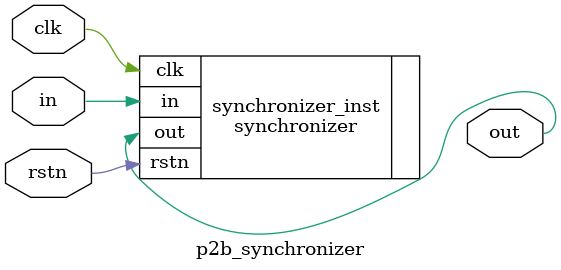
<source format=v>

module p2b_synchronizer (
  input wire rstn,
  input wire clk,
  input wire in,
  output wire out
);

synchronizer synchronizer_inst (
  .rstn (rstn),  
  .clk  (clk),  
  .in   (in),  
  .out  (out)
);
  
endmodule // sync

</source>
